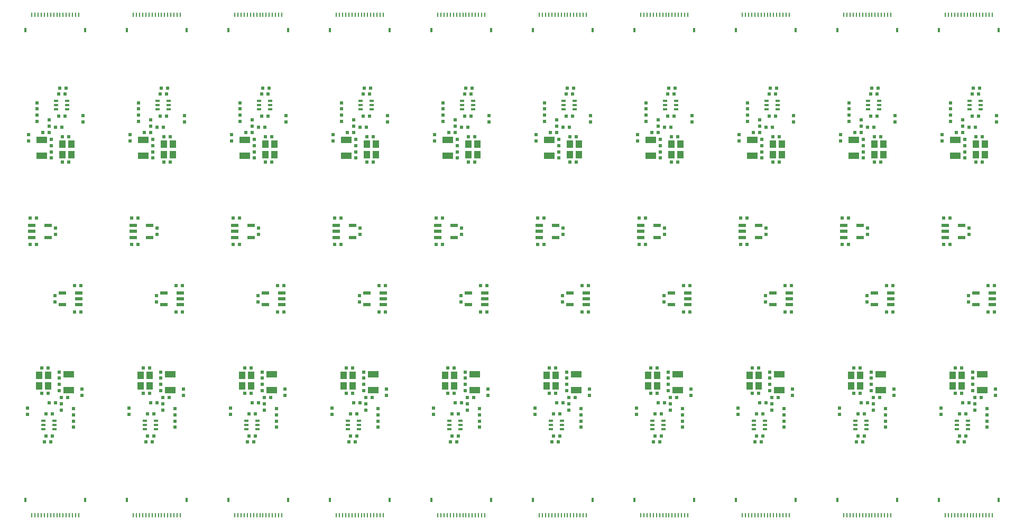
<source format=gbp>
G04 EAGLE Gerber RS-274X export*
G75*
%MOMM*%
%FSLAX34Y34*%
%LPD*%
%INSolderpaste Bottom*%
%IPPOS*%
%AMOC8*
5,1,8,0,0,1.08239X$1,22.5*%
G01*
%ADD10R,0.400000X0.800000*%
%ADD11R,0.250000X0.650000*%
%ADD12R,0.600000X0.600000*%
%ADD13R,1.100000X1.200000*%
%ADD14R,0.660000X0.300000*%
%ADD15R,1.800000X1.000000*%
%ADD16R,1.200000X0.550000*%


D10*
X5840Y32455D03*
D11*
X15840Y7455D03*
X20840Y7455D03*
D10*
X100840Y32455D03*
D11*
X25840Y7455D03*
X30840Y7455D03*
X35840Y7455D03*
X40840Y7455D03*
X45840Y7455D03*
X50840Y7455D03*
X55840Y7455D03*
X60840Y7455D03*
X65840Y7455D03*
X70840Y7455D03*
X75840Y7455D03*
X80840Y7455D03*
X85840Y7455D03*
X90840Y7455D03*
D12*
X72945Y196215D03*
X62945Y196215D03*
D13*
X27825Y214980D03*
X27825Y231980D03*
X41825Y231980D03*
X41825Y214980D03*
D12*
X31830Y243840D03*
X41830Y243840D03*
X41830Y203200D03*
X31830Y203200D03*
X82233Y168673D03*
X82233Y178673D03*
X95885Y199788D03*
X95885Y209788D03*
X38180Y134620D03*
X48180Y134620D03*
X48180Y170180D03*
X38180Y170180D03*
X8573Y179308D03*
X8573Y169308D03*
X62865Y186293D03*
X62865Y176293D03*
X53260Y188278D03*
X43260Y188278D03*
D14*
X52380Y158900D03*
X33980Y152400D03*
X33980Y145900D03*
X33980Y158900D03*
X52380Y152400D03*
X52380Y145900D03*
D15*
X74930Y208480D03*
X74930Y233480D03*
D12*
X59690Y217725D03*
X59690Y207725D03*
X59690Y227410D03*
X59690Y237410D03*
X46275Y125095D03*
X36275Y125095D03*
X82233Y158670D03*
X82233Y148670D03*
X52705Y359965D03*
X52705Y349965D03*
X93900Y375920D03*
X83900Y375920D03*
X83900Y333375D03*
X93900Y333375D03*
D16*
X91106Y364465D03*
X91106Y354965D03*
X91106Y345465D03*
X65104Y345465D03*
X65104Y364465D03*
D10*
X168400Y32455D03*
D11*
X178400Y7455D03*
X183400Y7455D03*
D10*
X263400Y32455D03*
D11*
X188400Y7455D03*
X193400Y7455D03*
X198400Y7455D03*
X203400Y7455D03*
X208400Y7455D03*
X213400Y7455D03*
X218400Y7455D03*
X223400Y7455D03*
X228400Y7455D03*
X233400Y7455D03*
X238400Y7455D03*
X243400Y7455D03*
X248400Y7455D03*
X253400Y7455D03*
D12*
X235505Y196215D03*
X225505Y196215D03*
D13*
X190385Y214980D03*
X190385Y231980D03*
X204385Y231980D03*
X204385Y214980D03*
D12*
X194390Y243840D03*
X204390Y243840D03*
X204390Y203200D03*
X194390Y203200D03*
X244793Y168673D03*
X244793Y178673D03*
X258445Y199788D03*
X258445Y209788D03*
X200740Y134620D03*
X210740Y134620D03*
X210740Y170180D03*
X200740Y170180D03*
X171133Y179308D03*
X171133Y169308D03*
X225425Y186293D03*
X225425Y176293D03*
X215820Y188278D03*
X205820Y188278D03*
D14*
X214940Y158900D03*
X196540Y152400D03*
X196540Y145900D03*
X196540Y158900D03*
X214940Y152400D03*
X214940Y145900D03*
D15*
X237490Y208480D03*
X237490Y233480D03*
D12*
X222250Y217725D03*
X222250Y207725D03*
X222250Y227410D03*
X222250Y237410D03*
X208835Y125095D03*
X198835Y125095D03*
X244793Y158670D03*
X244793Y148670D03*
X215265Y359965D03*
X215265Y349965D03*
X256460Y375920D03*
X246460Y375920D03*
X246460Y333375D03*
X256460Y333375D03*
D16*
X253666Y364465D03*
X253666Y354965D03*
X253666Y345465D03*
X227664Y345465D03*
X227664Y364465D03*
D10*
X330960Y32455D03*
D11*
X340960Y7455D03*
X345960Y7455D03*
D10*
X425960Y32455D03*
D11*
X350960Y7455D03*
X355960Y7455D03*
X360960Y7455D03*
X365960Y7455D03*
X370960Y7455D03*
X375960Y7455D03*
X380960Y7455D03*
X385960Y7455D03*
X390960Y7455D03*
X395960Y7455D03*
X400960Y7455D03*
X405960Y7455D03*
X410960Y7455D03*
X415960Y7455D03*
D12*
X398065Y196215D03*
X388065Y196215D03*
D13*
X352945Y214980D03*
X352945Y231980D03*
X366945Y231980D03*
X366945Y214980D03*
D12*
X356950Y243840D03*
X366950Y243840D03*
X366950Y203200D03*
X356950Y203200D03*
X407353Y168673D03*
X407353Y178673D03*
X421005Y199788D03*
X421005Y209788D03*
X363300Y134620D03*
X373300Y134620D03*
X373300Y170180D03*
X363300Y170180D03*
X333693Y179308D03*
X333693Y169308D03*
X387985Y186293D03*
X387985Y176293D03*
X378380Y188278D03*
X368380Y188278D03*
D14*
X377500Y158900D03*
X359100Y152400D03*
X359100Y145900D03*
X359100Y158900D03*
X377500Y152400D03*
X377500Y145900D03*
D15*
X400050Y208480D03*
X400050Y233480D03*
D12*
X384810Y217725D03*
X384810Y207725D03*
X384810Y227410D03*
X384810Y237410D03*
X371395Y125095D03*
X361395Y125095D03*
X407353Y158670D03*
X407353Y148670D03*
X377825Y359965D03*
X377825Y349965D03*
X419020Y375920D03*
X409020Y375920D03*
X409020Y333375D03*
X419020Y333375D03*
D16*
X416226Y364465D03*
X416226Y354965D03*
X416226Y345465D03*
X390224Y345465D03*
X390224Y364465D03*
D10*
X493520Y32455D03*
D11*
X503520Y7455D03*
X508520Y7455D03*
D10*
X588520Y32455D03*
D11*
X513520Y7455D03*
X518520Y7455D03*
X523520Y7455D03*
X528520Y7455D03*
X533520Y7455D03*
X538520Y7455D03*
X543520Y7455D03*
X548520Y7455D03*
X553520Y7455D03*
X558520Y7455D03*
X563520Y7455D03*
X568520Y7455D03*
X573520Y7455D03*
X578520Y7455D03*
D12*
X560625Y196215D03*
X550625Y196215D03*
D13*
X515505Y214980D03*
X515505Y231980D03*
X529505Y231980D03*
X529505Y214980D03*
D12*
X519510Y243840D03*
X529510Y243840D03*
X529510Y203200D03*
X519510Y203200D03*
X569913Y168673D03*
X569913Y178673D03*
X583565Y199788D03*
X583565Y209788D03*
X525860Y134620D03*
X535860Y134620D03*
X535860Y170180D03*
X525860Y170180D03*
X496253Y179308D03*
X496253Y169308D03*
X550545Y186293D03*
X550545Y176293D03*
X540940Y188278D03*
X530940Y188278D03*
D14*
X540060Y158900D03*
X521660Y152400D03*
X521660Y145900D03*
X521660Y158900D03*
X540060Y152400D03*
X540060Y145900D03*
D15*
X562610Y208480D03*
X562610Y233480D03*
D12*
X547370Y217725D03*
X547370Y207725D03*
X547370Y227410D03*
X547370Y237410D03*
X533955Y125095D03*
X523955Y125095D03*
X569913Y158670D03*
X569913Y148670D03*
X540385Y359965D03*
X540385Y349965D03*
X581580Y375920D03*
X571580Y375920D03*
X571580Y333375D03*
X581580Y333375D03*
D16*
X578786Y364465D03*
X578786Y354965D03*
X578786Y345465D03*
X552784Y345465D03*
X552784Y364465D03*
D10*
X656080Y32455D03*
D11*
X666080Y7455D03*
X671080Y7455D03*
D10*
X751080Y32455D03*
D11*
X676080Y7455D03*
X681080Y7455D03*
X686080Y7455D03*
X691080Y7455D03*
X696080Y7455D03*
X701080Y7455D03*
X706080Y7455D03*
X711080Y7455D03*
X716080Y7455D03*
X721080Y7455D03*
X726080Y7455D03*
X731080Y7455D03*
X736080Y7455D03*
X741080Y7455D03*
D12*
X723185Y196215D03*
X713185Y196215D03*
D13*
X678065Y214980D03*
X678065Y231980D03*
X692065Y231980D03*
X692065Y214980D03*
D12*
X682070Y243840D03*
X692070Y243840D03*
X692070Y203200D03*
X682070Y203200D03*
X732473Y168673D03*
X732473Y178673D03*
X746125Y199788D03*
X746125Y209788D03*
X688420Y134620D03*
X698420Y134620D03*
X698420Y170180D03*
X688420Y170180D03*
X658813Y179308D03*
X658813Y169308D03*
X713105Y186293D03*
X713105Y176293D03*
X703500Y188278D03*
X693500Y188278D03*
D14*
X702620Y158900D03*
X684220Y152400D03*
X684220Y145900D03*
X684220Y158900D03*
X702620Y152400D03*
X702620Y145900D03*
D15*
X725170Y208480D03*
X725170Y233480D03*
D12*
X709930Y217725D03*
X709930Y207725D03*
X709930Y227410D03*
X709930Y237410D03*
X696515Y125095D03*
X686515Y125095D03*
X732473Y158670D03*
X732473Y148670D03*
X702945Y359965D03*
X702945Y349965D03*
X744140Y375920D03*
X734140Y375920D03*
X734140Y333375D03*
X744140Y333375D03*
D16*
X741346Y364465D03*
X741346Y354965D03*
X741346Y345465D03*
X715344Y345465D03*
X715344Y364465D03*
D10*
X818640Y32455D03*
D11*
X828640Y7455D03*
X833640Y7455D03*
D10*
X913640Y32455D03*
D11*
X838640Y7455D03*
X843640Y7455D03*
X848640Y7455D03*
X853640Y7455D03*
X858640Y7455D03*
X863640Y7455D03*
X868640Y7455D03*
X873640Y7455D03*
X878640Y7455D03*
X883640Y7455D03*
X888640Y7455D03*
X893640Y7455D03*
X898640Y7455D03*
X903640Y7455D03*
D12*
X885745Y196215D03*
X875745Y196215D03*
D13*
X840625Y214980D03*
X840625Y231980D03*
X854625Y231980D03*
X854625Y214980D03*
D12*
X844630Y243840D03*
X854630Y243840D03*
X854630Y203200D03*
X844630Y203200D03*
X895033Y168673D03*
X895033Y178673D03*
X908685Y199788D03*
X908685Y209788D03*
X850980Y134620D03*
X860980Y134620D03*
X860980Y170180D03*
X850980Y170180D03*
X821373Y179308D03*
X821373Y169308D03*
X875665Y186293D03*
X875665Y176293D03*
X866060Y188278D03*
X856060Y188278D03*
D14*
X865180Y158900D03*
X846780Y152400D03*
X846780Y145900D03*
X846780Y158900D03*
X865180Y152400D03*
X865180Y145900D03*
D15*
X887730Y208480D03*
X887730Y233480D03*
D12*
X872490Y217725D03*
X872490Y207725D03*
X872490Y227410D03*
X872490Y237410D03*
X859075Y125095D03*
X849075Y125095D03*
X895033Y158670D03*
X895033Y148670D03*
X865505Y359965D03*
X865505Y349965D03*
X906700Y375920D03*
X896700Y375920D03*
X896700Y333375D03*
X906700Y333375D03*
D16*
X903906Y364465D03*
X903906Y354965D03*
X903906Y345465D03*
X877904Y345465D03*
X877904Y364465D03*
D10*
X981200Y32455D03*
D11*
X991200Y7455D03*
X996200Y7455D03*
D10*
X1076200Y32455D03*
D11*
X1001200Y7455D03*
X1006200Y7455D03*
X1011200Y7455D03*
X1016200Y7455D03*
X1021200Y7455D03*
X1026200Y7455D03*
X1031200Y7455D03*
X1036200Y7455D03*
X1041200Y7455D03*
X1046200Y7455D03*
X1051200Y7455D03*
X1056200Y7455D03*
X1061200Y7455D03*
X1066200Y7455D03*
D12*
X1048305Y196215D03*
X1038305Y196215D03*
D13*
X1003185Y214980D03*
X1003185Y231980D03*
X1017185Y231980D03*
X1017185Y214980D03*
D12*
X1007190Y243840D03*
X1017190Y243840D03*
X1017190Y203200D03*
X1007190Y203200D03*
X1057593Y168673D03*
X1057593Y178673D03*
X1071245Y199788D03*
X1071245Y209788D03*
X1013540Y134620D03*
X1023540Y134620D03*
X1023540Y170180D03*
X1013540Y170180D03*
X983933Y179308D03*
X983933Y169308D03*
X1038225Y186293D03*
X1038225Y176293D03*
X1028620Y188278D03*
X1018620Y188278D03*
D14*
X1027740Y158900D03*
X1009340Y152400D03*
X1009340Y145900D03*
X1009340Y158900D03*
X1027740Y152400D03*
X1027740Y145900D03*
D15*
X1050290Y208480D03*
X1050290Y233480D03*
D12*
X1035050Y217725D03*
X1035050Y207725D03*
X1035050Y227410D03*
X1035050Y237410D03*
X1021635Y125095D03*
X1011635Y125095D03*
X1057593Y158670D03*
X1057593Y148670D03*
X1028065Y359965D03*
X1028065Y349965D03*
X1069260Y375920D03*
X1059260Y375920D03*
X1059260Y333375D03*
X1069260Y333375D03*
D16*
X1066466Y364465D03*
X1066466Y354965D03*
X1066466Y345465D03*
X1040464Y345465D03*
X1040464Y364465D03*
D10*
X1143760Y32455D03*
D11*
X1153760Y7455D03*
X1158760Y7455D03*
D10*
X1238760Y32455D03*
D11*
X1163760Y7455D03*
X1168760Y7455D03*
X1173760Y7455D03*
X1178760Y7455D03*
X1183760Y7455D03*
X1188760Y7455D03*
X1193760Y7455D03*
X1198760Y7455D03*
X1203760Y7455D03*
X1208760Y7455D03*
X1213760Y7455D03*
X1218760Y7455D03*
X1223760Y7455D03*
X1228760Y7455D03*
D12*
X1210865Y196215D03*
X1200865Y196215D03*
D13*
X1165745Y214980D03*
X1165745Y231980D03*
X1179745Y231980D03*
X1179745Y214980D03*
D12*
X1169750Y243840D03*
X1179750Y243840D03*
X1179750Y203200D03*
X1169750Y203200D03*
X1220153Y168673D03*
X1220153Y178673D03*
X1233805Y199788D03*
X1233805Y209788D03*
X1176100Y134620D03*
X1186100Y134620D03*
X1186100Y170180D03*
X1176100Y170180D03*
X1146493Y179308D03*
X1146493Y169308D03*
X1200785Y186293D03*
X1200785Y176293D03*
X1191180Y188278D03*
X1181180Y188278D03*
D14*
X1190300Y158900D03*
X1171900Y152400D03*
X1171900Y145900D03*
X1171900Y158900D03*
X1190300Y152400D03*
X1190300Y145900D03*
D15*
X1212850Y208480D03*
X1212850Y233480D03*
D12*
X1197610Y217725D03*
X1197610Y207725D03*
X1197610Y227410D03*
X1197610Y237410D03*
X1184195Y125095D03*
X1174195Y125095D03*
X1220153Y158670D03*
X1220153Y148670D03*
X1190625Y359965D03*
X1190625Y349965D03*
X1231820Y375920D03*
X1221820Y375920D03*
X1221820Y333375D03*
X1231820Y333375D03*
D16*
X1229026Y364465D03*
X1229026Y354965D03*
X1229026Y345465D03*
X1203024Y345465D03*
X1203024Y364465D03*
D10*
X1306320Y32455D03*
D11*
X1316320Y7455D03*
X1321320Y7455D03*
D10*
X1401320Y32455D03*
D11*
X1326320Y7455D03*
X1331320Y7455D03*
X1336320Y7455D03*
X1341320Y7455D03*
X1346320Y7455D03*
X1351320Y7455D03*
X1356320Y7455D03*
X1361320Y7455D03*
X1366320Y7455D03*
X1371320Y7455D03*
X1376320Y7455D03*
X1381320Y7455D03*
X1386320Y7455D03*
X1391320Y7455D03*
D12*
X1373425Y196215D03*
X1363425Y196215D03*
D13*
X1328305Y214980D03*
X1328305Y231980D03*
X1342305Y231980D03*
X1342305Y214980D03*
D12*
X1332310Y243840D03*
X1342310Y243840D03*
X1342310Y203200D03*
X1332310Y203200D03*
X1382713Y168673D03*
X1382713Y178673D03*
X1396365Y199788D03*
X1396365Y209788D03*
X1338660Y134620D03*
X1348660Y134620D03*
X1348660Y170180D03*
X1338660Y170180D03*
X1309053Y179308D03*
X1309053Y169308D03*
X1363345Y186293D03*
X1363345Y176293D03*
X1353740Y188278D03*
X1343740Y188278D03*
D14*
X1352860Y158900D03*
X1334460Y152400D03*
X1334460Y145900D03*
X1334460Y158900D03*
X1352860Y152400D03*
X1352860Y145900D03*
D15*
X1375410Y208480D03*
X1375410Y233480D03*
D12*
X1360170Y217725D03*
X1360170Y207725D03*
X1360170Y227410D03*
X1360170Y237410D03*
X1346755Y125095D03*
X1336755Y125095D03*
X1382713Y158670D03*
X1382713Y148670D03*
X1353185Y359965D03*
X1353185Y349965D03*
X1394380Y375920D03*
X1384380Y375920D03*
X1384380Y333375D03*
X1394380Y333375D03*
D16*
X1391586Y364465D03*
X1391586Y354965D03*
X1391586Y345465D03*
X1365584Y345465D03*
X1365584Y364465D03*
D10*
X1468880Y32455D03*
D11*
X1478880Y7455D03*
X1483880Y7455D03*
D10*
X1563880Y32455D03*
D11*
X1488880Y7455D03*
X1493880Y7455D03*
X1498880Y7455D03*
X1503880Y7455D03*
X1508880Y7455D03*
X1513880Y7455D03*
X1518880Y7455D03*
X1523880Y7455D03*
X1528880Y7455D03*
X1533880Y7455D03*
X1538880Y7455D03*
X1543880Y7455D03*
X1548880Y7455D03*
X1553880Y7455D03*
D12*
X1535985Y196215D03*
X1525985Y196215D03*
D13*
X1490865Y214980D03*
X1490865Y231980D03*
X1504865Y231980D03*
X1504865Y214980D03*
D12*
X1494870Y243840D03*
X1504870Y243840D03*
X1504870Y203200D03*
X1494870Y203200D03*
X1545273Y168673D03*
X1545273Y178673D03*
X1558925Y199788D03*
X1558925Y209788D03*
X1501220Y134620D03*
X1511220Y134620D03*
X1511220Y170180D03*
X1501220Y170180D03*
X1471613Y179308D03*
X1471613Y169308D03*
X1525905Y186293D03*
X1525905Y176293D03*
X1516300Y188278D03*
X1506300Y188278D03*
D14*
X1515420Y158900D03*
X1497020Y152400D03*
X1497020Y145900D03*
X1497020Y158900D03*
X1515420Y152400D03*
X1515420Y145900D03*
D15*
X1537970Y208480D03*
X1537970Y233480D03*
D12*
X1522730Y217725D03*
X1522730Y207725D03*
X1522730Y227410D03*
X1522730Y237410D03*
X1509315Y125095D03*
X1499315Y125095D03*
X1545273Y158670D03*
X1545273Y148670D03*
X1515745Y359965D03*
X1515745Y349965D03*
X1556940Y375920D03*
X1546940Y375920D03*
X1546940Y333375D03*
X1556940Y333375D03*
D16*
X1554146Y364465D03*
X1554146Y354965D03*
X1554146Y345465D03*
X1528144Y345465D03*
X1528144Y364465D03*
D10*
X100840Y785425D03*
D11*
X90840Y810425D03*
X85840Y810425D03*
D10*
X5840Y785425D03*
D11*
X80840Y810425D03*
X75840Y810425D03*
X70840Y810425D03*
X65840Y810425D03*
X60840Y810425D03*
X55840Y810425D03*
X50840Y810425D03*
X45840Y810425D03*
X40840Y810425D03*
X35840Y810425D03*
X30840Y810425D03*
X25840Y810425D03*
X20840Y810425D03*
X15840Y810425D03*
D12*
X33735Y621665D03*
X43735Y621665D03*
D13*
X78855Y602900D03*
X78855Y585900D03*
X64855Y585900D03*
X64855Y602900D03*
D12*
X74850Y574040D03*
X64850Y574040D03*
X64850Y614680D03*
X74850Y614680D03*
X24448Y649208D03*
X24448Y639208D03*
X10795Y618093D03*
X10795Y608093D03*
X68500Y683260D03*
X58500Y683260D03*
X58500Y647700D03*
X68500Y647700D03*
X98108Y638573D03*
X98108Y648573D03*
X43815Y631588D03*
X43815Y641588D03*
X53420Y629603D03*
X63420Y629603D03*
D14*
X54300Y658980D03*
X72700Y665480D03*
X72700Y671980D03*
X72700Y658980D03*
X54300Y665480D03*
X54300Y671980D03*
D15*
X31750Y609400D03*
X31750Y584400D03*
D12*
X46990Y600155D03*
X46990Y610155D03*
X46990Y590470D03*
X46990Y580470D03*
X60405Y692785D03*
X70405Y692785D03*
X24448Y659210D03*
X24448Y669210D03*
X53975Y457915D03*
X53975Y467915D03*
X12780Y441960D03*
X22780Y441960D03*
X22780Y484505D03*
X12780Y484505D03*
D16*
X15574Y453415D03*
X15574Y462915D03*
X15574Y472415D03*
X41576Y472415D03*
X41576Y453415D03*
D10*
X263400Y785425D03*
D11*
X253400Y810425D03*
X248400Y810425D03*
D10*
X168400Y785425D03*
D11*
X243400Y810425D03*
X238400Y810425D03*
X233400Y810425D03*
X228400Y810425D03*
X223400Y810425D03*
X218400Y810425D03*
X213400Y810425D03*
X208400Y810425D03*
X203400Y810425D03*
X198400Y810425D03*
X193400Y810425D03*
X188400Y810425D03*
X183400Y810425D03*
X178400Y810425D03*
D12*
X196295Y621665D03*
X206295Y621665D03*
D13*
X241415Y602900D03*
X241415Y585900D03*
X227415Y585900D03*
X227415Y602900D03*
D12*
X237410Y574040D03*
X227410Y574040D03*
X227410Y614680D03*
X237410Y614680D03*
X187008Y649208D03*
X187008Y639208D03*
X173355Y618093D03*
X173355Y608093D03*
X231060Y683260D03*
X221060Y683260D03*
X221060Y647700D03*
X231060Y647700D03*
X260668Y638573D03*
X260668Y648573D03*
X206375Y631588D03*
X206375Y641588D03*
X215980Y629603D03*
X225980Y629603D03*
D14*
X216860Y658980D03*
X235260Y665480D03*
X235260Y671980D03*
X235260Y658980D03*
X216860Y665480D03*
X216860Y671980D03*
D15*
X194310Y609400D03*
X194310Y584400D03*
D12*
X209550Y600155D03*
X209550Y610155D03*
X209550Y590470D03*
X209550Y580470D03*
X222965Y692785D03*
X232965Y692785D03*
X187008Y659210D03*
X187008Y669210D03*
X216535Y457915D03*
X216535Y467915D03*
X175340Y441960D03*
X185340Y441960D03*
X185340Y484505D03*
X175340Y484505D03*
D16*
X178134Y453415D03*
X178134Y462915D03*
X178134Y472415D03*
X204136Y472415D03*
X204136Y453415D03*
D10*
X425960Y785425D03*
D11*
X415960Y810425D03*
X410960Y810425D03*
D10*
X330960Y785425D03*
D11*
X405960Y810425D03*
X400960Y810425D03*
X395960Y810425D03*
X390960Y810425D03*
X385960Y810425D03*
X380960Y810425D03*
X375960Y810425D03*
X370960Y810425D03*
X365960Y810425D03*
X360960Y810425D03*
X355960Y810425D03*
X350960Y810425D03*
X345960Y810425D03*
X340960Y810425D03*
D12*
X358855Y621665D03*
X368855Y621665D03*
D13*
X403975Y602900D03*
X403975Y585900D03*
X389975Y585900D03*
X389975Y602900D03*
D12*
X399970Y574040D03*
X389970Y574040D03*
X389970Y614680D03*
X399970Y614680D03*
X349568Y649208D03*
X349568Y639208D03*
X335915Y618093D03*
X335915Y608093D03*
X393620Y683260D03*
X383620Y683260D03*
X383620Y647700D03*
X393620Y647700D03*
X423228Y638573D03*
X423228Y648573D03*
X368935Y631588D03*
X368935Y641588D03*
X378540Y629603D03*
X388540Y629603D03*
D14*
X379420Y658980D03*
X397820Y665480D03*
X397820Y671980D03*
X397820Y658980D03*
X379420Y665480D03*
X379420Y671980D03*
D15*
X356870Y609400D03*
X356870Y584400D03*
D12*
X372110Y600155D03*
X372110Y610155D03*
X372110Y590470D03*
X372110Y580470D03*
X385525Y692785D03*
X395525Y692785D03*
X349568Y659210D03*
X349568Y669210D03*
X379095Y457915D03*
X379095Y467915D03*
X337900Y441960D03*
X347900Y441960D03*
X347900Y484505D03*
X337900Y484505D03*
D16*
X340694Y453415D03*
X340694Y462915D03*
X340694Y472415D03*
X366696Y472415D03*
X366696Y453415D03*
D10*
X588520Y785425D03*
D11*
X578520Y810425D03*
X573520Y810425D03*
D10*
X493520Y785425D03*
D11*
X568520Y810425D03*
X563520Y810425D03*
X558520Y810425D03*
X553520Y810425D03*
X548520Y810425D03*
X543520Y810425D03*
X538520Y810425D03*
X533520Y810425D03*
X528520Y810425D03*
X523520Y810425D03*
X518520Y810425D03*
X513520Y810425D03*
X508520Y810425D03*
X503520Y810425D03*
D12*
X521415Y621665D03*
X531415Y621665D03*
D13*
X566535Y602900D03*
X566535Y585900D03*
X552535Y585900D03*
X552535Y602900D03*
D12*
X562530Y574040D03*
X552530Y574040D03*
X552530Y614680D03*
X562530Y614680D03*
X512128Y649208D03*
X512128Y639208D03*
X498475Y618093D03*
X498475Y608093D03*
X556180Y683260D03*
X546180Y683260D03*
X546180Y647700D03*
X556180Y647700D03*
X585788Y638573D03*
X585788Y648573D03*
X531495Y631588D03*
X531495Y641588D03*
X541100Y629603D03*
X551100Y629603D03*
D14*
X541980Y658980D03*
X560380Y665480D03*
X560380Y671980D03*
X560380Y658980D03*
X541980Y665480D03*
X541980Y671980D03*
D15*
X519430Y609400D03*
X519430Y584400D03*
D12*
X534670Y600155D03*
X534670Y610155D03*
X534670Y590470D03*
X534670Y580470D03*
X548085Y692785D03*
X558085Y692785D03*
X512128Y659210D03*
X512128Y669210D03*
X541655Y457915D03*
X541655Y467915D03*
X500460Y441960D03*
X510460Y441960D03*
X510460Y484505D03*
X500460Y484505D03*
D16*
X503254Y453415D03*
X503254Y462915D03*
X503254Y472415D03*
X529256Y472415D03*
X529256Y453415D03*
D10*
X751080Y785425D03*
D11*
X741080Y810425D03*
X736080Y810425D03*
D10*
X656080Y785425D03*
D11*
X731080Y810425D03*
X726080Y810425D03*
X721080Y810425D03*
X716080Y810425D03*
X711080Y810425D03*
X706080Y810425D03*
X701080Y810425D03*
X696080Y810425D03*
X691080Y810425D03*
X686080Y810425D03*
X681080Y810425D03*
X676080Y810425D03*
X671080Y810425D03*
X666080Y810425D03*
D12*
X683975Y621665D03*
X693975Y621665D03*
D13*
X729095Y602900D03*
X729095Y585900D03*
X715095Y585900D03*
X715095Y602900D03*
D12*
X725090Y574040D03*
X715090Y574040D03*
X715090Y614680D03*
X725090Y614680D03*
X674688Y649208D03*
X674688Y639208D03*
X661035Y618093D03*
X661035Y608093D03*
X718740Y683260D03*
X708740Y683260D03*
X708740Y647700D03*
X718740Y647700D03*
X748348Y638573D03*
X748348Y648573D03*
X694055Y631588D03*
X694055Y641588D03*
X703660Y629603D03*
X713660Y629603D03*
D14*
X704540Y658980D03*
X722940Y665480D03*
X722940Y671980D03*
X722940Y658980D03*
X704540Y665480D03*
X704540Y671980D03*
D15*
X681990Y609400D03*
X681990Y584400D03*
D12*
X697230Y600155D03*
X697230Y610155D03*
X697230Y590470D03*
X697230Y580470D03*
X710645Y692785D03*
X720645Y692785D03*
X674688Y659210D03*
X674688Y669210D03*
X704215Y457915D03*
X704215Y467915D03*
X663020Y441960D03*
X673020Y441960D03*
X673020Y484505D03*
X663020Y484505D03*
D16*
X665814Y453415D03*
X665814Y462915D03*
X665814Y472415D03*
X691816Y472415D03*
X691816Y453415D03*
D10*
X913640Y785425D03*
D11*
X903640Y810425D03*
X898640Y810425D03*
D10*
X818640Y785425D03*
D11*
X893640Y810425D03*
X888640Y810425D03*
X883640Y810425D03*
X878640Y810425D03*
X873640Y810425D03*
X868640Y810425D03*
X863640Y810425D03*
X858640Y810425D03*
X853640Y810425D03*
X848640Y810425D03*
X843640Y810425D03*
X838640Y810425D03*
X833640Y810425D03*
X828640Y810425D03*
D12*
X846535Y621665D03*
X856535Y621665D03*
D13*
X891655Y602900D03*
X891655Y585900D03*
X877655Y585900D03*
X877655Y602900D03*
D12*
X887650Y574040D03*
X877650Y574040D03*
X877650Y614680D03*
X887650Y614680D03*
X837248Y649208D03*
X837248Y639208D03*
X823595Y618093D03*
X823595Y608093D03*
X881300Y683260D03*
X871300Y683260D03*
X871300Y647700D03*
X881300Y647700D03*
X910908Y638573D03*
X910908Y648573D03*
X856615Y631588D03*
X856615Y641588D03*
X866220Y629603D03*
X876220Y629603D03*
D14*
X867100Y658980D03*
X885500Y665480D03*
X885500Y671980D03*
X885500Y658980D03*
X867100Y665480D03*
X867100Y671980D03*
D15*
X844550Y609400D03*
X844550Y584400D03*
D12*
X859790Y600155D03*
X859790Y610155D03*
X859790Y590470D03*
X859790Y580470D03*
X873205Y692785D03*
X883205Y692785D03*
X837248Y659210D03*
X837248Y669210D03*
X866775Y457915D03*
X866775Y467915D03*
X825580Y441960D03*
X835580Y441960D03*
X835580Y484505D03*
X825580Y484505D03*
D16*
X828374Y453415D03*
X828374Y462915D03*
X828374Y472415D03*
X854376Y472415D03*
X854376Y453415D03*
D10*
X1076200Y785425D03*
D11*
X1066200Y810425D03*
X1061200Y810425D03*
D10*
X981200Y785425D03*
D11*
X1056200Y810425D03*
X1051200Y810425D03*
X1046200Y810425D03*
X1041200Y810425D03*
X1036200Y810425D03*
X1031200Y810425D03*
X1026200Y810425D03*
X1021200Y810425D03*
X1016200Y810425D03*
X1011200Y810425D03*
X1006200Y810425D03*
X1001200Y810425D03*
X996200Y810425D03*
X991200Y810425D03*
D12*
X1009095Y621665D03*
X1019095Y621665D03*
D13*
X1054215Y602900D03*
X1054215Y585900D03*
X1040215Y585900D03*
X1040215Y602900D03*
D12*
X1050210Y574040D03*
X1040210Y574040D03*
X1040210Y614680D03*
X1050210Y614680D03*
X999808Y649208D03*
X999808Y639208D03*
X986155Y618093D03*
X986155Y608093D03*
X1043860Y683260D03*
X1033860Y683260D03*
X1033860Y647700D03*
X1043860Y647700D03*
X1073468Y638573D03*
X1073468Y648573D03*
X1019175Y631588D03*
X1019175Y641588D03*
X1028780Y629603D03*
X1038780Y629603D03*
D14*
X1029660Y658980D03*
X1048060Y665480D03*
X1048060Y671980D03*
X1048060Y658980D03*
X1029660Y665480D03*
X1029660Y671980D03*
D15*
X1007110Y609400D03*
X1007110Y584400D03*
D12*
X1022350Y600155D03*
X1022350Y610155D03*
X1022350Y590470D03*
X1022350Y580470D03*
X1035765Y692785D03*
X1045765Y692785D03*
X999808Y659210D03*
X999808Y669210D03*
X1029335Y457915D03*
X1029335Y467915D03*
X988140Y441960D03*
X998140Y441960D03*
X998140Y484505D03*
X988140Y484505D03*
D16*
X990934Y453415D03*
X990934Y462915D03*
X990934Y472415D03*
X1016936Y472415D03*
X1016936Y453415D03*
D10*
X1238760Y785425D03*
D11*
X1228760Y810425D03*
X1223760Y810425D03*
D10*
X1143760Y785425D03*
D11*
X1218760Y810425D03*
X1213760Y810425D03*
X1208760Y810425D03*
X1203760Y810425D03*
X1198760Y810425D03*
X1193760Y810425D03*
X1188760Y810425D03*
X1183760Y810425D03*
X1178760Y810425D03*
X1173760Y810425D03*
X1168760Y810425D03*
X1163760Y810425D03*
X1158760Y810425D03*
X1153760Y810425D03*
D12*
X1171655Y621665D03*
X1181655Y621665D03*
D13*
X1216775Y602900D03*
X1216775Y585900D03*
X1202775Y585900D03*
X1202775Y602900D03*
D12*
X1212770Y574040D03*
X1202770Y574040D03*
X1202770Y614680D03*
X1212770Y614680D03*
X1162368Y649208D03*
X1162368Y639208D03*
X1148715Y618093D03*
X1148715Y608093D03*
X1206420Y683260D03*
X1196420Y683260D03*
X1196420Y647700D03*
X1206420Y647700D03*
X1236028Y638573D03*
X1236028Y648573D03*
X1181735Y631588D03*
X1181735Y641588D03*
X1191340Y629603D03*
X1201340Y629603D03*
D14*
X1192220Y658980D03*
X1210620Y665480D03*
X1210620Y671980D03*
X1210620Y658980D03*
X1192220Y665480D03*
X1192220Y671980D03*
D15*
X1169670Y609400D03*
X1169670Y584400D03*
D12*
X1184910Y600155D03*
X1184910Y610155D03*
X1184910Y590470D03*
X1184910Y580470D03*
X1198325Y692785D03*
X1208325Y692785D03*
X1162368Y659210D03*
X1162368Y669210D03*
X1191895Y457915D03*
X1191895Y467915D03*
X1150700Y441960D03*
X1160700Y441960D03*
X1160700Y484505D03*
X1150700Y484505D03*
D16*
X1153494Y453415D03*
X1153494Y462915D03*
X1153494Y472415D03*
X1179496Y472415D03*
X1179496Y453415D03*
D10*
X1401320Y785425D03*
D11*
X1391320Y810425D03*
X1386320Y810425D03*
D10*
X1306320Y785425D03*
D11*
X1381320Y810425D03*
X1376320Y810425D03*
X1371320Y810425D03*
X1366320Y810425D03*
X1361320Y810425D03*
X1356320Y810425D03*
X1351320Y810425D03*
X1346320Y810425D03*
X1341320Y810425D03*
X1336320Y810425D03*
X1331320Y810425D03*
X1326320Y810425D03*
X1321320Y810425D03*
X1316320Y810425D03*
D12*
X1334215Y621665D03*
X1344215Y621665D03*
D13*
X1379335Y602900D03*
X1379335Y585900D03*
X1365335Y585900D03*
X1365335Y602900D03*
D12*
X1375330Y574040D03*
X1365330Y574040D03*
X1365330Y614680D03*
X1375330Y614680D03*
X1324928Y649208D03*
X1324928Y639208D03*
X1311275Y618093D03*
X1311275Y608093D03*
X1368980Y683260D03*
X1358980Y683260D03*
X1358980Y647700D03*
X1368980Y647700D03*
X1398588Y638573D03*
X1398588Y648573D03*
X1344295Y631588D03*
X1344295Y641588D03*
X1353900Y629603D03*
X1363900Y629603D03*
D14*
X1354780Y658980D03*
X1373180Y665480D03*
X1373180Y671980D03*
X1373180Y658980D03*
X1354780Y665480D03*
X1354780Y671980D03*
D15*
X1332230Y609400D03*
X1332230Y584400D03*
D12*
X1347470Y600155D03*
X1347470Y610155D03*
X1347470Y590470D03*
X1347470Y580470D03*
X1360885Y692785D03*
X1370885Y692785D03*
X1324928Y659210D03*
X1324928Y669210D03*
X1354455Y457915D03*
X1354455Y467915D03*
X1313260Y441960D03*
X1323260Y441960D03*
X1323260Y484505D03*
X1313260Y484505D03*
D16*
X1316054Y453415D03*
X1316054Y462915D03*
X1316054Y472415D03*
X1342056Y472415D03*
X1342056Y453415D03*
D10*
X1563880Y785425D03*
D11*
X1553880Y810425D03*
X1548880Y810425D03*
D10*
X1468880Y785425D03*
D11*
X1543880Y810425D03*
X1538880Y810425D03*
X1533880Y810425D03*
X1528880Y810425D03*
X1523880Y810425D03*
X1518880Y810425D03*
X1513880Y810425D03*
X1508880Y810425D03*
X1503880Y810425D03*
X1498880Y810425D03*
X1493880Y810425D03*
X1488880Y810425D03*
X1483880Y810425D03*
X1478880Y810425D03*
D12*
X1496775Y621665D03*
X1506775Y621665D03*
D13*
X1541895Y602900D03*
X1541895Y585900D03*
X1527895Y585900D03*
X1527895Y602900D03*
D12*
X1537890Y574040D03*
X1527890Y574040D03*
X1527890Y614680D03*
X1537890Y614680D03*
X1487488Y649208D03*
X1487488Y639208D03*
X1473835Y618093D03*
X1473835Y608093D03*
X1531540Y683260D03*
X1521540Y683260D03*
X1521540Y647700D03*
X1531540Y647700D03*
X1561148Y638573D03*
X1561148Y648573D03*
X1506855Y631588D03*
X1506855Y641588D03*
X1516460Y629603D03*
X1526460Y629603D03*
D14*
X1517340Y658980D03*
X1535740Y665480D03*
X1535740Y671980D03*
X1535740Y658980D03*
X1517340Y665480D03*
X1517340Y671980D03*
D15*
X1494790Y609400D03*
X1494790Y584400D03*
D12*
X1510030Y600155D03*
X1510030Y610155D03*
X1510030Y590470D03*
X1510030Y580470D03*
X1523445Y692785D03*
X1533445Y692785D03*
X1487488Y659210D03*
X1487488Y669210D03*
X1517015Y457915D03*
X1517015Y467915D03*
X1475820Y441960D03*
X1485820Y441960D03*
X1485820Y484505D03*
X1475820Y484505D03*
D16*
X1478614Y453415D03*
X1478614Y462915D03*
X1478614Y472415D03*
X1504616Y472415D03*
X1504616Y453415D03*
M02*

</source>
